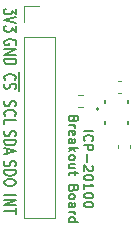
<source format=gbr>
%TF.GenerationSoftware,KiCad,Pcbnew,(6.0.6-0)*%
%TF.CreationDate,2022-08-17T23:59:36-07:00*%
%TF.ProjectId,icp-20100,6963702d-3230-4313-9030-2e6b69636164,rev?*%
%TF.SameCoordinates,Original*%
%TF.FileFunction,Legend,Top*%
%TF.FilePolarity,Positive*%
%FSLAX46Y46*%
G04 Gerber Fmt 4.6, Leading zero omitted, Abs format (unit mm)*
G04 Created by KiCad (PCBNEW (6.0.6-0)) date 2022-08-17 23:59:36*
%MOMM*%
%LPD*%
G01*
G04 APERTURE LIST*
%ADD10C,0.150000*%
%ADD11C,0.127000*%
%ADD12C,0.200000*%
%ADD13C,0.120000*%
G04 APERTURE END LIST*
D10*
X100763438Y-111829971D02*
X100715819Y-111944257D01*
X100715819Y-112134733D01*
X100763438Y-112210923D01*
X100811057Y-112249019D01*
X100906295Y-112287114D01*
X101001533Y-112287114D01*
X101096771Y-112249019D01*
X101144390Y-112210923D01*
X101192009Y-112134733D01*
X101239628Y-111982352D01*
X101287247Y-111906161D01*
X101334866Y-111868066D01*
X101430104Y-111829971D01*
X101525342Y-111829971D01*
X101620580Y-111868066D01*
X101668200Y-111906161D01*
X101715819Y-111982352D01*
X101715819Y-112172828D01*
X101668200Y-112287114D01*
X100715819Y-112629971D02*
X101715819Y-112629971D01*
X101715819Y-112820447D01*
X101668200Y-112934733D01*
X101572961Y-113010923D01*
X101477723Y-113049019D01*
X101287247Y-113087114D01*
X101144390Y-113087114D01*
X100953914Y-113049019D01*
X100858676Y-113010923D01*
X100763438Y-112934733D01*
X100715819Y-112820447D01*
X100715819Y-112629971D01*
X101001533Y-113391876D02*
X101001533Y-113772828D01*
X100715819Y-113315685D02*
X101715819Y-113582352D01*
X100715819Y-113849019D01*
X101693600Y-104546476D02*
X101741219Y-104470285D01*
X101741219Y-104356000D01*
X101693600Y-104241714D01*
X101598361Y-104165523D01*
X101503123Y-104127428D01*
X101312647Y-104089333D01*
X101169790Y-104089333D01*
X100979314Y-104127428D01*
X100884076Y-104165523D01*
X100788838Y-104241714D01*
X100741219Y-104356000D01*
X100741219Y-104432190D01*
X100788838Y-104546476D01*
X100836457Y-104584571D01*
X101169790Y-104584571D01*
X101169790Y-104432190D01*
X100741219Y-104927428D02*
X101741219Y-104927428D01*
X100741219Y-105384571D01*
X101741219Y-105384571D01*
X100741219Y-105765523D02*
X101741219Y-105765523D01*
X101741219Y-105956000D01*
X101693600Y-106070285D01*
X101598361Y-106146476D01*
X101503123Y-106184571D01*
X101312647Y-106222666D01*
X101169790Y-106222666D01*
X100979314Y-106184571D01*
X100884076Y-106146476D01*
X100788838Y-106070285D01*
X100741219Y-105956000D01*
X100741219Y-105765523D01*
X100763438Y-109309019D02*
X100715819Y-109423304D01*
X100715819Y-109613780D01*
X100763438Y-109689971D01*
X100811057Y-109728066D01*
X100906295Y-109766161D01*
X101001533Y-109766161D01*
X101096771Y-109728066D01*
X101144390Y-109689971D01*
X101192009Y-109613780D01*
X101239628Y-109461400D01*
X101287247Y-109385209D01*
X101334866Y-109347114D01*
X101430104Y-109309019D01*
X101525342Y-109309019D01*
X101620580Y-109347114D01*
X101668200Y-109385209D01*
X101715819Y-109461400D01*
X101715819Y-109651876D01*
X101668200Y-109766161D01*
X100811057Y-110566161D02*
X100763438Y-110528066D01*
X100715819Y-110413780D01*
X100715819Y-110337590D01*
X100763438Y-110223304D01*
X100858676Y-110147114D01*
X100953914Y-110109019D01*
X101144390Y-110070923D01*
X101287247Y-110070923D01*
X101477723Y-110109019D01*
X101572961Y-110147114D01*
X101668200Y-110223304D01*
X101715819Y-110337590D01*
X101715819Y-110413780D01*
X101668200Y-110528066D01*
X101620580Y-110566161D01*
X100715819Y-111289971D02*
X100715819Y-110909019D01*
X101715819Y-110909019D01*
X100763438Y-114395380D02*
X100715819Y-114509666D01*
X100715819Y-114700142D01*
X100763438Y-114776333D01*
X100811057Y-114814428D01*
X100906295Y-114852523D01*
X101001533Y-114852523D01*
X101096771Y-114814428D01*
X101144390Y-114776333D01*
X101192009Y-114700142D01*
X101239628Y-114547761D01*
X101287247Y-114471571D01*
X101334866Y-114433476D01*
X101430104Y-114395380D01*
X101525342Y-114395380D01*
X101620580Y-114433476D01*
X101668200Y-114471571D01*
X101715819Y-114547761D01*
X101715819Y-114738238D01*
X101668200Y-114852523D01*
X100715819Y-115195380D02*
X101715819Y-115195380D01*
X101715819Y-115385857D01*
X101668200Y-115500142D01*
X101572961Y-115576333D01*
X101477723Y-115614428D01*
X101287247Y-115652523D01*
X101144390Y-115652523D01*
X100953914Y-115614428D01*
X100858676Y-115576333D01*
X100763438Y-115500142D01*
X100715819Y-115385857D01*
X100715819Y-115195380D01*
X101715819Y-116147761D02*
X101715819Y-116300142D01*
X101668200Y-116376333D01*
X101572961Y-116452523D01*
X101382485Y-116490619D01*
X101049152Y-116490619D01*
X100858676Y-116452523D01*
X100763438Y-116376333D01*
X100715819Y-116300142D01*
X100715819Y-116147761D01*
X100763438Y-116071571D01*
X100858676Y-115995380D01*
X101049152Y-115957285D01*
X101382485Y-115957285D01*
X101572961Y-115995380D01*
X101668200Y-116071571D01*
X101715819Y-116147761D01*
X101741219Y-101498523D02*
X101741219Y-101993761D01*
X101360266Y-101727095D01*
X101360266Y-101841380D01*
X101312647Y-101917571D01*
X101265028Y-101955666D01*
X101169790Y-101993761D01*
X100931695Y-101993761D01*
X100836457Y-101955666D01*
X100788838Y-101917571D01*
X100741219Y-101841380D01*
X100741219Y-101612809D01*
X100788838Y-101536619D01*
X100836457Y-101498523D01*
X101741219Y-102222333D02*
X100741219Y-102489000D01*
X101741219Y-102755666D01*
X101741219Y-102946142D02*
X101741219Y-103441380D01*
X101360266Y-103174714D01*
X101360266Y-103289000D01*
X101312647Y-103365190D01*
X101265028Y-103403285D01*
X101169790Y-103441380D01*
X100931695Y-103441380D01*
X100836457Y-103403285D01*
X100788838Y-103365190D01*
X100741219Y-103289000D01*
X100741219Y-103060428D01*
X100788838Y-102984238D01*
X100836457Y-102946142D01*
X100715819Y-117309990D02*
X101715819Y-117309990D01*
X100715819Y-117690942D02*
X101715819Y-117690942D01*
X100715819Y-118148085D01*
X101715819Y-118148085D01*
X101715819Y-118414752D02*
X101715819Y-118871895D01*
X100715819Y-118643323D02*
X101715819Y-118643323D01*
X101998200Y-106889647D02*
X101998200Y-107689647D01*
X100811057Y-107537266D02*
X100763438Y-107499171D01*
X100715819Y-107384885D01*
X100715819Y-107308695D01*
X100763438Y-107194409D01*
X100858676Y-107118219D01*
X100953914Y-107080123D01*
X101144390Y-107042028D01*
X101287247Y-107042028D01*
X101477723Y-107080123D01*
X101572961Y-107118219D01*
X101668200Y-107194409D01*
X101715819Y-107308695D01*
X101715819Y-107384885D01*
X101668200Y-107499171D01*
X101620580Y-107537266D01*
X101998200Y-107689647D02*
X101998200Y-108451552D01*
X100763438Y-107842028D02*
X100715819Y-107956314D01*
X100715819Y-108146790D01*
X100763438Y-108222980D01*
X100811057Y-108261076D01*
X100906295Y-108299171D01*
X101001533Y-108299171D01*
X101096771Y-108261076D01*
X101144390Y-108222980D01*
X101192009Y-108146790D01*
X101239628Y-107994409D01*
X101287247Y-107918219D01*
X101334866Y-107880123D01*
X101430104Y-107842028D01*
X101525342Y-107842028D01*
X101620580Y-107880123D01*
X101668200Y-107918219D01*
X101715819Y-107994409D01*
X101715819Y-108184885D01*
X101668200Y-108299171D01*
X107470095Y-111862000D02*
X108270095Y-111862000D01*
X107546285Y-112700095D02*
X107508190Y-112662000D01*
X107470095Y-112547714D01*
X107470095Y-112471523D01*
X107508190Y-112357238D01*
X107584380Y-112281047D01*
X107660571Y-112242952D01*
X107812952Y-112204857D01*
X107927238Y-112204857D01*
X108079619Y-112242952D01*
X108155809Y-112281047D01*
X108232000Y-112357238D01*
X108270095Y-112471523D01*
X108270095Y-112547714D01*
X108232000Y-112662000D01*
X108193904Y-112700095D01*
X107470095Y-113042952D02*
X108270095Y-113042952D01*
X108270095Y-113347714D01*
X108232000Y-113423904D01*
X108193904Y-113462000D01*
X108117714Y-113500095D01*
X108003428Y-113500095D01*
X107927238Y-113462000D01*
X107889142Y-113423904D01*
X107851047Y-113347714D01*
X107851047Y-113042952D01*
X107774857Y-113842952D02*
X107774857Y-114452476D01*
X108193904Y-114795333D02*
X108232000Y-114833428D01*
X108270095Y-114909619D01*
X108270095Y-115100095D01*
X108232000Y-115176285D01*
X108193904Y-115214380D01*
X108117714Y-115252476D01*
X108041523Y-115252476D01*
X107927238Y-115214380D01*
X107470095Y-114757238D01*
X107470095Y-115252476D01*
X108270095Y-115747714D02*
X108270095Y-115823904D01*
X108232000Y-115900095D01*
X108193904Y-115938190D01*
X108117714Y-115976285D01*
X107965333Y-116014380D01*
X107774857Y-116014380D01*
X107622476Y-115976285D01*
X107546285Y-115938190D01*
X107508190Y-115900095D01*
X107470095Y-115823904D01*
X107470095Y-115747714D01*
X107508190Y-115671523D01*
X107546285Y-115633428D01*
X107622476Y-115595333D01*
X107774857Y-115557238D01*
X107965333Y-115557238D01*
X108117714Y-115595333D01*
X108193904Y-115633428D01*
X108232000Y-115671523D01*
X108270095Y-115747714D01*
X107470095Y-116776285D02*
X107470095Y-116319142D01*
X107470095Y-116547714D02*
X108270095Y-116547714D01*
X108155809Y-116471523D01*
X108079619Y-116395333D01*
X108041523Y-116319142D01*
X108270095Y-117271523D02*
X108270095Y-117347714D01*
X108232000Y-117423904D01*
X108193904Y-117462000D01*
X108117714Y-117500095D01*
X107965333Y-117538190D01*
X107774857Y-117538190D01*
X107622476Y-117500095D01*
X107546285Y-117462000D01*
X107508190Y-117423904D01*
X107470095Y-117347714D01*
X107470095Y-117271523D01*
X107508190Y-117195333D01*
X107546285Y-117157238D01*
X107622476Y-117119142D01*
X107774857Y-117081047D01*
X107965333Y-117081047D01*
X108117714Y-117119142D01*
X108193904Y-117157238D01*
X108232000Y-117195333D01*
X108270095Y-117271523D01*
X108270095Y-118033428D02*
X108270095Y-118109619D01*
X108232000Y-118185809D01*
X108193904Y-118223904D01*
X108117714Y-118262000D01*
X107965333Y-118300095D01*
X107774857Y-118300095D01*
X107622476Y-118262000D01*
X107546285Y-118223904D01*
X107508190Y-118185809D01*
X107470095Y-118109619D01*
X107470095Y-118033428D01*
X107508190Y-117957238D01*
X107546285Y-117919142D01*
X107622476Y-117881047D01*
X107774857Y-117842952D01*
X107965333Y-117842952D01*
X108117714Y-117881047D01*
X108193904Y-117919142D01*
X108232000Y-117957238D01*
X108270095Y-118033428D01*
X106601142Y-110852476D02*
X106563047Y-110966761D01*
X106524952Y-111004857D01*
X106448761Y-111042952D01*
X106334476Y-111042952D01*
X106258285Y-111004857D01*
X106220190Y-110966761D01*
X106182095Y-110890571D01*
X106182095Y-110585809D01*
X106982095Y-110585809D01*
X106982095Y-110852476D01*
X106944000Y-110928666D01*
X106905904Y-110966761D01*
X106829714Y-111004857D01*
X106753523Y-111004857D01*
X106677333Y-110966761D01*
X106639238Y-110928666D01*
X106601142Y-110852476D01*
X106601142Y-110585809D01*
X106182095Y-111385809D02*
X106715428Y-111385809D01*
X106563047Y-111385809D02*
X106639238Y-111423904D01*
X106677333Y-111462000D01*
X106715428Y-111538190D01*
X106715428Y-111614380D01*
X106220190Y-112185809D02*
X106182095Y-112109619D01*
X106182095Y-111957238D01*
X106220190Y-111881047D01*
X106296380Y-111842952D01*
X106601142Y-111842952D01*
X106677333Y-111881047D01*
X106715428Y-111957238D01*
X106715428Y-112109619D01*
X106677333Y-112185809D01*
X106601142Y-112223904D01*
X106524952Y-112223904D01*
X106448761Y-111842952D01*
X106182095Y-112909619D02*
X106601142Y-112909619D01*
X106677333Y-112871523D01*
X106715428Y-112795333D01*
X106715428Y-112642952D01*
X106677333Y-112566761D01*
X106220190Y-112909619D02*
X106182095Y-112833428D01*
X106182095Y-112642952D01*
X106220190Y-112566761D01*
X106296380Y-112528666D01*
X106372571Y-112528666D01*
X106448761Y-112566761D01*
X106486857Y-112642952D01*
X106486857Y-112833428D01*
X106524952Y-112909619D01*
X106182095Y-113290571D02*
X106982095Y-113290571D01*
X106486857Y-113366761D02*
X106182095Y-113595333D01*
X106715428Y-113595333D02*
X106410666Y-113290571D01*
X106182095Y-114052476D02*
X106220190Y-113976285D01*
X106258285Y-113938190D01*
X106334476Y-113900095D01*
X106563047Y-113900095D01*
X106639238Y-113938190D01*
X106677333Y-113976285D01*
X106715428Y-114052476D01*
X106715428Y-114166761D01*
X106677333Y-114242952D01*
X106639238Y-114281047D01*
X106563047Y-114319142D01*
X106334476Y-114319142D01*
X106258285Y-114281047D01*
X106220190Y-114242952D01*
X106182095Y-114166761D01*
X106182095Y-114052476D01*
X106715428Y-115004857D02*
X106182095Y-115004857D01*
X106715428Y-114662000D02*
X106296380Y-114662000D01*
X106220190Y-114700095D01*
X106182095Y-114776285D01*
X106182095Y-114890571D01*
X106220190Y-114966761D01*
X106258285Y-115004857D01*
X106715428Y-115271523D02*
X106715428Y-115576285D01*
X106982095Y-115385809D02*
X106296380Y-115385809D01*
X106220190Y-115423904D01*
X106182095Y-115500095D01*
X106182095Y-115576285D01*
X106601142Y-116719142D02*
X106563047Y-116833428D01*
X106524952Y-116871523D01*
X106448761Y-116909619D01*
X106334476Y-116909619D01*
X106258285Y-116871523D01*
X106220190Y-116833428D01*
X106182095Y-116757238D01*
X106182095Y-116452476D01*
X106982095Y-116452476D01*
X106982095Y-116719142D01*
X106944000Y-116795333D01*
X106905904Y-116833428D01*
X106829714Y-116871523D01*
X106753523Y-116871523D01*
X106677333Y-116833428D01*
X106639238Y-116795333D01*
X106601142Y-116719142D01*
X106601142Y-116452476D01*
X106182095Y-117366761D02*
X106220190Y-117290571D01*
X106258285Y-117252476D01*
X106334476Y-117214380D01*
X106563047Y-117214380D01*
X106639238Y-117252476D01*
X106677333Y-117290571D01*
X106715428Y-117366761D01*
X106715428Y-117481047D01*
X106677333Y-117557238D01*
X106639238Y-117595333D01*
X106563047Y-117633428D01*
X106334476Y-117633428D01*
X106258285Y-117595333D01*
X106220190Y-117557238D01*
X106182095Y-117481047D01*
X106182095Y-117366761D01*
X106182095Y-118319142D02*
X106601142Y-118319142D01*
X106677333Y-118281047D01*
X106715428Y-118204857D01*
X106715428Y-118052476D01*
X106677333Y-117976285D01*
X106220190Y-118319142D02*
X106182095Y-118242952D01*
X106182095Y-118052476D01*
X106220190Y-117976285D01*
X106296380Y-117938190D01*
X106372571Y-117938190D01*
X106448761Y-117976285D01*
X106486857Y-118052476D01*
X106486857Y-118242952D01*
X106524952Y-118319142D01*
X106182095Y-118700095D02*
X106715428Y-118700095D01*
X106563047Y-118700095D02*
X106639238Y-118738190D01*
X106677333Y-118776285D01*
X106715428Y-118852476D01*
X106715428Y-118928666D01*
X106182095Y-119538190D02*
X106982095Y-119538190D01*
X106220190Y-119538190D02*
X106182095Y-119462000D01*
X106182095Y-119309619D01*
X106220190Y-119233428D01*
X106258285Y-119195333D01*
X106334476Y-119157238D01*
X106563047Y-119157238D01*
X106639238Y-119195333D01*
X106677333Y-119233428D01*
X106715428Y-119309619D01*
X106715428Y-119462000D01*
X106677333Y-119538190D01*
D11*
%TO.C,U1*%
X109236808Y-109250000D02*
X109236808Y-109505000D01*
X111236808Y-109250000D02*
X111236808Y-109505000D01*
X111236808Y-111250000D02*
X111236808Y-110995000D01*
X109236808Y-111250000D02*
X109236808Y-110995000D01*
D12*
X108741808Y-110000000D02*
G75*
G03*
X108741808Y-110000000I-100000J0D01*
G01*
D13*
%TO.C,C1*%
X111381808Y-113297580D02*
X111381808Y-113016420D01*
X110361808Y-113297580D02*
X110361808Y-113016420D01*
%TO.C,C2*%
X110324828Y-108637800D02*
X110605988Y-108637800D01*
X110324828Y-107617800D02*
X110605988Y-107617800D01*
%TO.C,J1*%
X102368808Y-119195000D02*
X105028808Y-119195000D01*
X105028808Y-103895000D02*
X105028808Y-119195000D01*
X102368808Y-103895000D02*
X102368808Y-119195000D01*
X102368808Y-101295000D02*
X103698808Y-101295000D01*
X102368808Y-103895000D02*
X105028808Y-103895000D01*
X102368808Y-102625000D02*
X102368808Y-101295000D01*
%TO.C,R1*%
X107426066Y-108824500D02*
X106951550Y-108824500D01*
X107426066Y-109869500D02*
X106951550Y-109869500D01*
%TD*%
M02*

</source>
